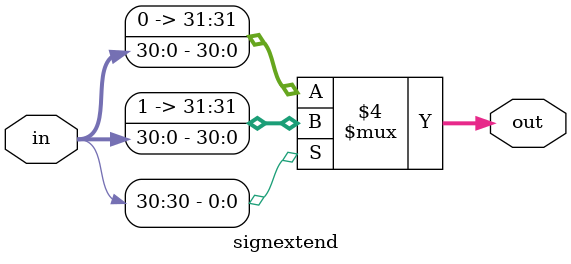
<source format=v>
module signextend #(
    parameter n = 31
)(
    input [n - 1:0] in, // input Max_n-bits
    output reg [31:0] out // output 32-bits
);

always @(*) begin
    if (in[n - 1] == 1) // If MSB of input is 1
        out = {{32 - n{1'b1}}, in}; // Sign extend by 1
    else
        out = {{32 - n{1'b0}}, in}; // Sign extend by 0
end

endmodule

</source>
